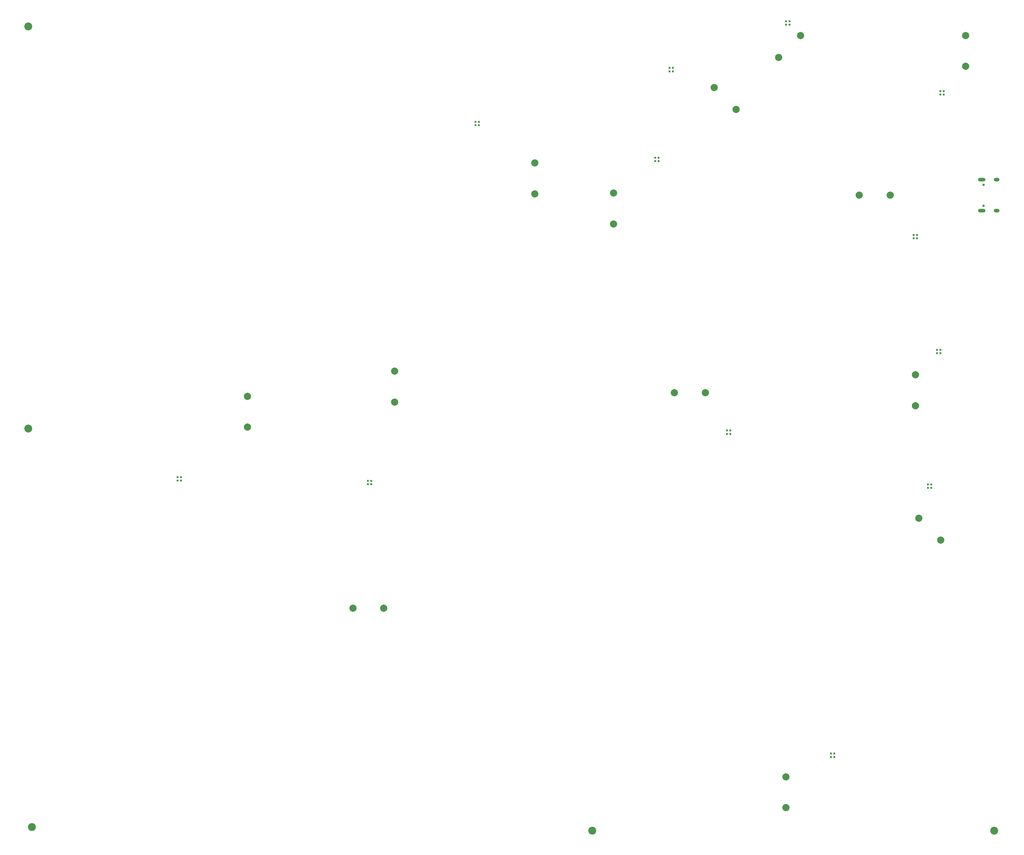
<source format=gts>
%TF.GenerationSoftware,KiCad,Pcbnew,(6.0.4)*%
%TF.CreationDate,2022-05-26T23:50:18-07:00*%
%TF.ProjectId,bot_L,626f745f-4c2e-46b6-9963-61645f706362,rev?*%
%TF.SameCoordinates,Original*%
%TF.FileFunction,Soldermask,Top*%
%TF.FilePolarity,Negative*%
%FSLAX46Y46*%
G04 Gerber Fmt 4.6, Leading zero omitted, Abs format (unit mm)*
G04 Created by KiCad (PCBNEW (6.0.4)) date 2022-05-26 23:50:18*
%MOMM*%
%LPD*%
G01*
G04 APERTURE LIST*
%ADD10R,0.550000X0.550000*%
%ADD11C,2.000000*%
%ADD12C,2.200000*%
%ADD13C,0.650000*%
%ADD14O,2.100000X1.000000*%
%ADD15O,1.600000X1.000000*%
G04 APERTURE END LIST*
D10*
%TO.C,D6*%
X147525000Y-50475000D03*
X148475000Y-50475000D03*
X148475000Y-49525000D03*
X147525000Y-49525000D03*
%TD*%
D11*
%TO.C,TP15*%
X211525000Y-125000000D03*
%TD*%
%TO.C,TP11*%
X270000000Y-120000000D03*
%TD*%
%TO.C,TP19*%
X186000000Y-78000000D03*
%TD*%
%TO.C,TP25*%
X113400000Y-185000000D03*
%TD*%
%TO.C,TP9*%
X238000000Y-25500000D03*
%TD*%
%TO.C,TP1*%
X186000000Y-69400000D03*
%TD*%
%TO.C,TP17*%
X84000000Y-134600000D03*
%TD*%
D12*
%TO.C,H1*%
X23000000Y-23000000D03*
%TD*%
D11*
%TO.C,TP6*%
X202925000Y-125000000D03*
%TD*%
%TO.C,TP14*%
X234000000Y-240600000D03*
%TD*%
%TO.C,TP21*%
X284000000Y-34075000D03*
%TD*%
%TO.C,TP5*%
X263000000Y-70000000D03*
%TD*%
%TO.C,TP3*%
X164000000Y-61000000D03*
%TD*%
%TO.C,TP18*%
X164000000Y-69600000D03*
%TD*%
%TO.C,TP8*%
X84000000Y-126000000D03*
%TD*%
%TO.C,TP16*%
X125000000Y-127600000D03*
%TD*%
D10*
%TO.C,D12*%
X234000000Y-22450000D03*
X234950000Y-22450000D03*
X234950000Y-21500000D03*
X234000000Y-21500000D03*
%TD*%
D11*
%TO.C,TP12*%
X234000000Y-232000000D03*
%TD*%
D10*
%TO.C,D7*%
X197525000Y-60475000D03*
X198475000Y-60475000D03*
X198475000Y-59525000D03*
X197525000Y-59525000D03*
%TD*%
%TO.C,D11*%
X276025000Y-113975000D03*
X276975000Y-113975000D03*
X276975000Y-113025000D03*
X276025000Y-113025000D03*
%TD*%
D12*
%TO.C,H5*%
X292000000Y-247000000D03*
%TD*%
D11*
%TO.C,TP10*%
X277081118Y-166081118D03*
%TD*%
D10*
%TO.C,D9*%
X277000000Y-41950000D03*
X277950000Y-41950000D03*
X277950000Y-41000000D03*
X277000000Y-41000000D03*
%TD*%
%TO.C,D4*%
X117525000Y-150475000D03*
X118475000Y-150475000D03*
X118475000Y-149525000D03*
X117525000Y-149525000D03*
%TD*%
D11*
%TO.C,TP26*%
X122000000Y-185000000D03*
%TD*%
D10*
%TO.C,D5*%
X64525000Y-149475000D03*
X65475000Y-149475000D03*
X65475000Y-148525000D03*
X64525000Y-148525000D03*
%TD*%
D12*
%TO.C,H3*%
X24000000Y-246000000D03*
%TD*%
D11*
%TO.C,TP13*%
X271000000Y-160000000D03*
%TD*%
%TO.C,TP20*%
X220081119Y-46081119D03*
%TD*%
D12*
%TO.C,H2*%
X23000000Y-135000000D03*
%TD*%
%TO.C,H4*%
X180000000Y-247000000D03*
%TD*%
D11*
%TO.C,TP7*%
X125000000Y-119000000D03*
%TD*%
D10*
%TO.C,D1*%
X273525000Y-151475000D03*
X274475000Y-151475000D03*
X274475000Y-150525000D03*
X273525000Y-150525000D03*
%TD*%
%TO.C,D2*%
X246525000Y-226475000D03*
X247475000Y-226475000D03*
X247475000Y-225525000D03*
X246525000Y-225525000D03*
%TD*%
D12*
%TO.C,*%
X23000000Y-23000000D03*
%TD*%
D11*
%TO.C,TP23*%
X270000000Y-128600000D03*
%TD*%
%TO.C,TP24*%
X231918881Y-31581119D03*
%TD*%
D10*
%TO.C,D8*%
X201525000Y-35475000D03*
X202475000Y-35475000D03*
X202475000Y-34525000D03*
X201525000Y-34525000D03*
%TD*%
D11*
%TO.C,TP22*%
X254400000Y-70000000D03*
%TD*%
D10*
%TO.C,D3*%
X217525000Y-136475000D03*
X218475000Y-136475000D03*
X218475000Y-135525000D03*
X217525000Y-135525000D03*
%TD*%
%TO.C,D10*%
X269500000Y-82000000D03*
X270450000Y-82000000D03*
X270450000Y-81050000D03*
X269500000Y-81050000D03*
%TD*%
D11*
%TO.C,TP4*%
X214000000Y-40000000D03*
%TD*%
%TO.C,TP2*%
X284000000Y-25475000D03*
%TD*%
D13*
%TO.C,J1*%
X289030000Y-67110000D03*
X289030000Y-72890000D03*
D14*
X288500000Y-65680000D03*
D15*
X292680000Y-74320000D03*
X292680000Y-65680000D03*
D14*
X288500000Y-74320000D03*
%TD*%
M02*

</source>
